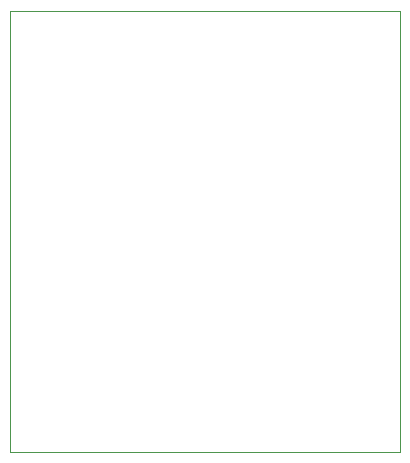
<source format=gbr>
%TF.GenerationSoftware,KiCad,Pcbnew,8.0.1-8.0.1-1~ubuntu22.04.1*%
%TF.CreationDate,2024-04-07T12:19:08+01:00*%
%TF.ProjectId,tps54202_inverting_breakout,74707335-3432-4303-925f-696e76657274,A*%
%TF.SameCoordinates,Original*%
%TF.FileFunction,Profile,NP*%
%FSLAX46Y46*%
G04 Gerber Fmt 4.6, Leading zero omitted, Abs format (unit mm)*
G04 Created by KiCad (PCBNEW 8.0.1-8.0.1-1~ubuntu22.04.1) date 2024-04-07 12:19:08*
%MOMM*%
%LPD*%
G01*
G04 APERTURE LIST*
%TA.AperFunction,Profile*%
%ADD10C,0.050000*%
%TD*%
G04 APERTURE END LIST*
D10*
X180340000Y-72517000D02*
X213360000Y-72517000D01*
X213360000Y-109855000D01*
X180340000Y-109855000D01*
X180340000Y-72517000D01*
M02*

</source>
